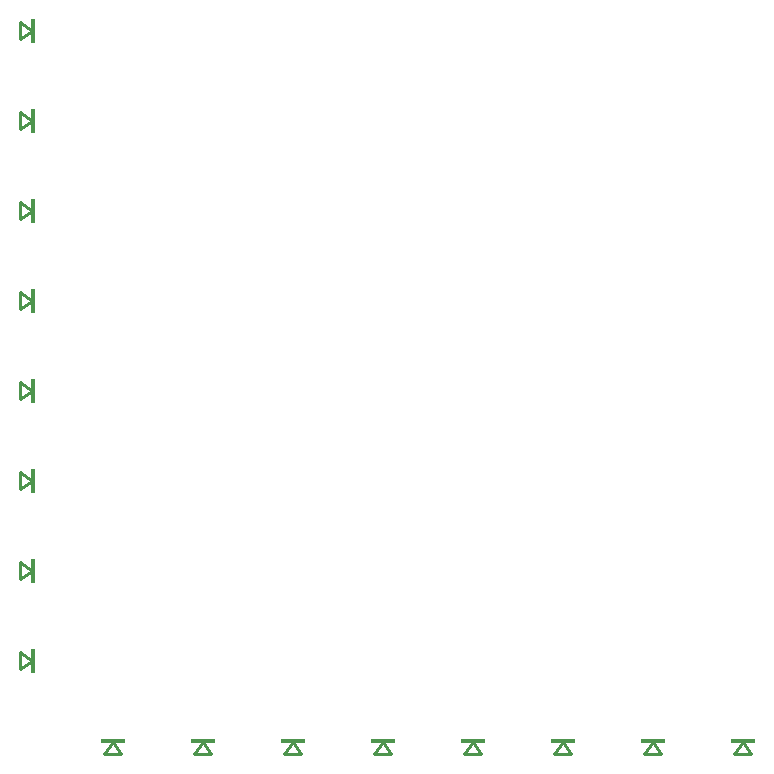
<source format=gbo>
G75*
G70*
%OFA0B0*%
%FSLAX24Y24*%
%IPPOS*%
%LPD*%
%AMOC8*
5,1,8,0,0,1.08239X$1,22.5*
%
%ADD10C,0.0100*%
%ADD11R,0.0118X0.0827*%
%ADD12R,0.0827X0.0118*%
D10*
X005314Y002502D02*
X005884Y002502D01*
X005609Y002916D01*
X005314Y002502D01*
X002924Y005601D02*
X002510Y005325D01*
X002510Y005896D01*
X002924Y005601D01*
X002510Y008325D02*
X002924Y008601D01*
X002510Y008896D01*
X002510Y008325D01*
X002510Y011325D02*
X002924Y011601D01*
X002510Y011896D01*
X002510Y011325D01*
X002510Y014325D02*
X002924Y014601D01*
X002510Y014896D01*
X002510Y014325D01*
X002510Y017325D02*
X002924Y017601D01*
X002510Y017896D01*
X002510Y017325D01*
X002510Y020325D02*
X002924Y020601D01*
X002510Y020896D01*
X002510Y020325D01*
X002510Y023325D02*
X002924Y023601D01*
X002510Y023896D01*
X002510Y023325D01*
X002510Y026325D02*
X002924Y026601D01*
X002510Y026896D01*
X002510Y026325D01*
X008609Y002916D02*
X008884Y002502D01*
X008314Y002502D01*
X008609Y002916D01*
X011314Y002502D02*
X011884Y002502D01*
X011609Y002916D01*
X011314Y002502D01*
X014314Y002502D02*
X014884Y002502D01*
X014609Y002916D01*
X014314Y002502D01*
X017314Y002502D02*
X017884Y002502D01*
X017609Y002916D01*
X017314Y002502D01*
X020314Y002502D02*
X020884Y002502D01*
X020609Y002916D01*
X020314Y002502D01*
X023314Y002502D02*
X023884Y002502D01*
X023609Y002916D01*
X023314Y002502D01*
X026314Y002502D02*
X026884Y002502D01*
X026609Y002916D01*
X026314Y002502D01*
D11*
X002944Y005601D03*
X002944Y008601D03*
X002944Y011601D03*
X002944Y014601D03*
X002944Y017601D03*
X002944Y020601D03*
X002944Y023601D03*
X002944Y026601D03*
D12*
X005609Y002935D03*
X008609Y002935D03*
X011609Y002935D03*
X014609Y002935D03*
X017609Y002935D03*
X020609Y002935D03*
X023609Y002935D03*
X026609Y002935D03*
M02*

</source>
